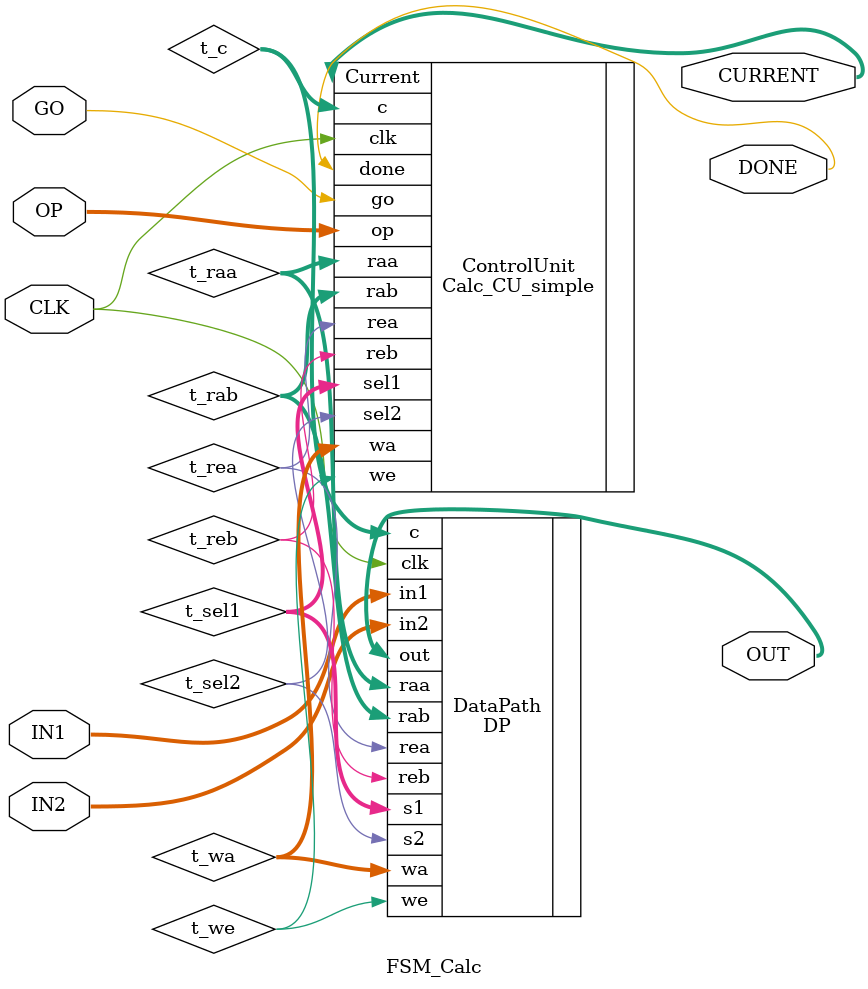
<source format=v>
`timescale 1ns / 1ps


module FSM_Calc(
input CLK, GO,
input [1:0] OP,
input [2:0] IN1,IN2,
output DONE,
output [2:0] OUT,
output [3:0] CURRENT
    );
wire t_we, t_rea, t_reb, t_sel2;
wire [1:0] t_sel1, t_wa, t_raa, t_rab, t_c;

    
Calc_CU_simple ControlUnit(.clk(CLK),.go(GO),.op(OP),.we(t_we),.rea(t_rea),.reb(t_reb),.sel2(t_sel2),.done(DONE),.sel1(t_sel1),.wa(t_wa),.raa(t_raa),.rab(t_rab),.c(t_c),.Current(CURRENT));
DP DataPath(.in1(IN1),.in2(IN2),.s1(t_sel1),.clk(CLK),.wa(t_wa),.we(t_we),.raa(t_raa),.rea(t_rea),.rab(t_rab),.reb(t_reb),.c(t_c),.s2(t_sel2),.out(OUT)); 
endmodule

</source>
